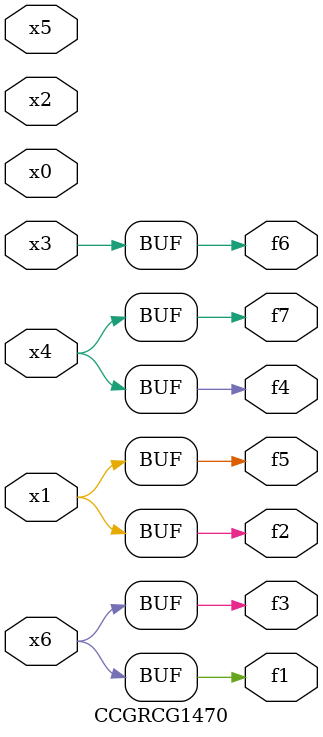
<source format=v>
module CCGRCG1470(
	input x0, x1, x2, x3, x4, x5, x6,
	output f1, f2, f3, f4, f5, f6, f7
);
	assign f1 = x6;
	assign f2 = x1;
	assign f3 = x6;
	assign f4 = x4;
	assign f5 = x1;
	assign f6 = x3;
	assign f7 = x4;
endmodule

</source>
